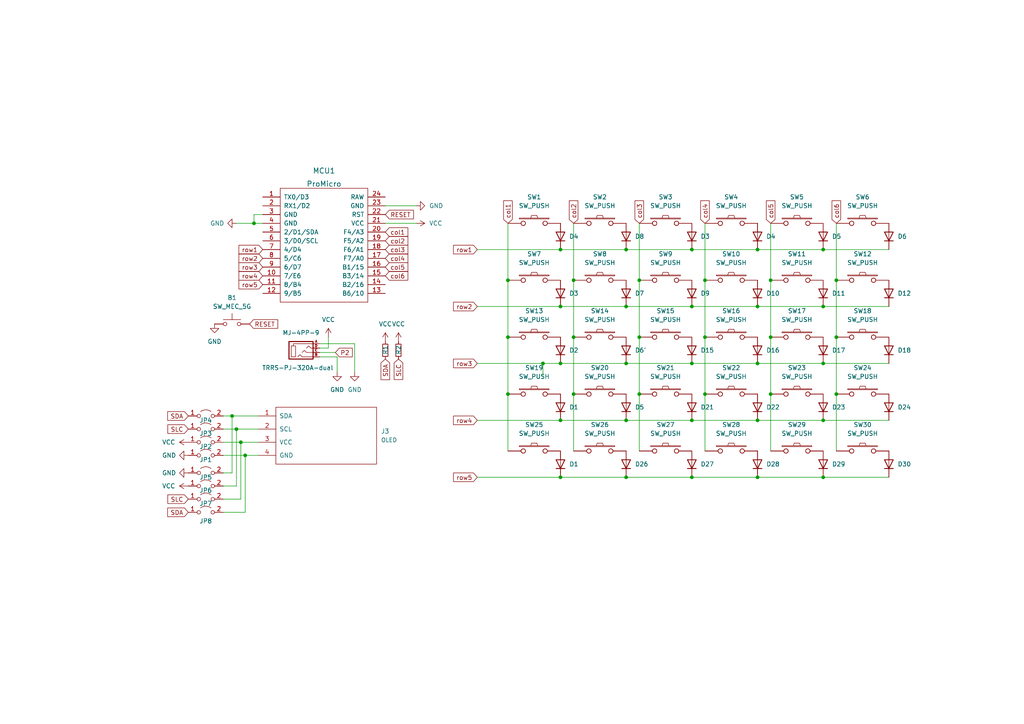
<source format=kicad_sch>
(kicad_sch (version 20211123) (generator eeschema)
  (paper "A4")
  (title_block (title "Insequor58 ≈ Moon60"))
  (lib_symbols
    (symbol "Device:R_Small" (pin_numbers hide) (pin_names (offset 0.254) hide)
      (property "Reference" "R" (at 0.762 0.508 0))
      (property "Value" "R_Small" (at 0.762 -1.016 0))
      (symbol "R_Small_0_1"
        (rectangle (start -0.762 1.778) (end 0.762 -1.778) (stroke (width 0.2032)))
      )
      (symbol "R_Small_1_1"
        (pin passive line (at 0 2.54 270) (length 0.762) (name "~") (number "1"))
        (pin passive line (at 0 -2.54 90) (length 0.762) (name "~") (number "2"))
      )
    )
    (symbol "Jumper:Jumper_2_Open" (pin_names (offset 0) hide)
      (property "Reference" "JP" (at 0 2.794 0))
      (property "Value" "Jumper_2_Open" (at 0 -2.286 0))
      (symbol "Jumper_2_Open_0_0"
        (circle (center -2.032 0) (radius 0.508))
        (circle (center 2.032 0) (radius 0.508))
      )
      (symbol "Jumper_2_Open_0_1"
        (arc (start 1.524 1.27) (mid 0 1.778) (end -1.524 1.27))
      )
      (symbol "Jumper_2_Open_1_1"
        (pin passive line (at -5.08 0 0) (length 2.54) (name "A") (number "1"))
        (pin passive line (at 5.08 0 180) (length 2.54) (name "B") (number "2"))
      )
    )
    (symbol "Simulation_SPICE:DIODE" (pin_numbers hide) (pin_names (offset 1.016) hide)
      (property "Reference" "D" (at 0 2.54 0))
      (property "Value" "DIODE" (at 0 -2.54 0))
      (symbol "DIODE_0_1"
        (polyline (pts (xy 1.27 0) (xy -1.27 0)))
        (polyline (pts (xy 1.27 1.27) (xy 1.27 -1.27)) (stroke (width 0.254)))
        (polyline (pts (xy -1.27 -1.27) (xy -1.27 1.27) (xy 1.27 0) (xy -1.27 -1.27)) (stroke (width 0.254)))
      )
      (symbol "DIODE_1_1"
        (pin passive line (at -3.81 0 0) (length 2.54) (name "A") (number "1"))
        (pin passive line (at 3.81 0 180) (length 2.54) (name "K") (number "2"))
      )
    )
    (symbol "Switch:SW_MEC_5G" (pin_numbers hide) (pin_names (offset 1.016) hide)
      (property "Reference" "SW" (at 1.27 2.54 0))
      (property "Value" "SW_MEC_5G" (at 0 -1.524 0))
      (symbol "SW_MEC_5G_0_1"
        (circle (center -2.032 0) (radius 0.508))
        (polyline (pts (xy 0 1.27) (xy 0 3.048)))
        (polyline (pts (xy 2.54 1.27) (xy -2.54 1.27)))
        (circle (center 2.032 0) (radius 0.508))
        (pin passive line (at -5.08 0 0) (length 2.54) (name "A") (number "1"))
        (pin passive line (at 5.08 0 180) (length 2.54) (name "B") (number "3"))
      )
      (symbol "SW_MEC_5G_1_1"
        (pin passive line (at -5.08 0 0) (length 2.54) hide (name "A") (number "2"))
        (pin passive line (at 5.08 0 180) (length 2.54) hide (name "B") (number "4"))
      )
    )
    (symbol "kbd:MJ-4PP-9" (pin_names (offset 1.016))
      (property "Reference" "J" (at 0 3.81 0))
      (property "Value" "MJ-4PP-9" (at 0 -3.81 0))
      (symbol "MJ-4PP-9_0_1"
        (rectangle (start -1.905 -1.905) (end -3.175 1.27))
        (polyline (pts (xy -2.54 1.27) (xy -2.54 1.905) (xy 3.175 1.905)))
        (polyline (pts (xy -1.27 -1.905) (xy -0.635 -1.27) (xy 0 -1.905) (xy 3.175 -1.905)))
        (polyline (pts (xy 0 -0.635) (xy 0.635 0) (xy 1.27 -0.635) (xy 3.175 -0.635)))
        (polyline (pts (xy 1.27 0.635) (xy 1.905 1.27) (xy 2.54 0.635) (xy 3.175 0.635)))
        (rectangle (start 3.175 2.54) (end -3.81 -2.54) (stroke (width 0.3048)))
      )
      (symbol "MJ-4PP-9_1_1"
        (pin input line (at 5.08 1.905 180) (length 2.0066) (name "~") (number "A"))
        (pin input line (at 5.08 -1.905 180) (length 2.0066) (name "~") (number "B"))
        (pin input line (at 5.08 -0.635 180) (length 2.0066) (name "~") (number "C"))
        (pin input line (at 5.08 0.635 180) (length 2.0066) (name "~") (number "D"))
      )
    )
    (symbol "kbd:OLED" (pin_names (offset 1.016))
      (property "Reference" "OL" (at 0 2.54 0))
      (property "Value" "OLED" (at 0 -1.27 0))
      (symbol "OLED_0_1"
        (rectangle (start -13.97 8.89) (end 15.24 -7.62))
      )
      (symbol "OLED_1_1"
        (pin bidirectional line (at -19.05 6.35 0) (length 5.08) (name "SDA") (number "1"))
        (pin bidirectional line (at -19.05 2.54 0) (length 5.08) (name "SCL") (number "2"))
        (pin power_in line (at -19.05 -1.27 0) (length 5.08) (name "VCC") (number "3"))
        (pin power_in line (at -19.05 -5.08 0) (length 5.08) (name "GND") (number "4"))
      )
    )
    (symbol "kbd:ProMicro" (pin_names (offset 1.016))
      (property "Reference" "U" (at 0 19.05 0))
      (property "Value" "ProMicro" (at 0 -19.05 0))
      (symbol "ProMicro_0_1"
        (rectangle (start -12.7 16.51) (end 12.7 -16.51))
      )
      (symbol "ProMicro_1_1"
        (pin bidirectional line (at -17.78 13.97 0) (length 5.08) (name "TX0/D3") (number "1"))
        (pin bidirectional line (at -17.78 -8.89 0) (length 5.08) (name "7/E6") (number "10"))
        (pin bidirectional line (at -17.78 -11.43 0) (length 5.08) (name "8/B4") (number "11"))
        (pin bidirectional line (at -17.78 -13.97 0) (length 5.08) (name "9/B5") (number "12"))
        (pin bidirectional line (at 17.78 -13.97 180) (length 5.08) (name "B6/10") (number "13"))
        (pin bidirectional line (at 17.78 -11.43 180) (length 5.08) (name "B2/16") (number "14"))
        (pin bidirectional line (at 17.78 -8.89 180) (length 5.08) (name "B3/14") (number "15"))
        (pin bidirectional line (at 17.78 -6.35 180) (length 5.08) (name "B1/15") (number "16"))
        (pin bidirectional line (at 17.78 -3.81 180) (length 5.08) (name "F7/A0") (number "17"))
        (pin bidirectional line (at 17.78 -1.27 180) (length 5.08) (name "F6/A1") (number "18"))
        (pin bidirectional line (at 17.78 1.27 180) (length 5.08) (name "F5/A2") (number "19"))
        (pin bidirectional line (at -17.78 11.43 0) (length 5.08) (name "RX1/D2") (number "2"))
        (pin bidirectional line (at 17.78 3.81 180) (length 5.08) (name "F4/A3") (number "20"))
        (pin power_in line (at 17.78 6.35 180) (length 5.08) (name "VCC") (number "21"))
        (pin input line (at 17.78 8.89 180) (length 5.08) (name "RST") (number "22"))
        (pin power_in line (at 17.78 11.43 180) (length 5.08) (name "GND") (number "23"))
        (pin power_out line (at 17.78 13.97 180) (length 5.08) (name "RAW") (number "24"))
        (pin power_in line (at -17.78 8.89 0) (length 5.08) (name "GND") (number "3"))
        (pin power_in line (at -17.78 6.35 0) (length 5.08) (name "GND") (number "4"))
        (pin bidirectional line (at -17.78 3.81 0) (length 5.08) (name "2/D1/SDA") (number "5"))
        (pin bidirectional line (at -17.78 1.27 0) (length 5.08) (name "3/D0/SCL") (number "6"))
        (pin bidirectional line (at -17.78 -1.27 0) (length 5.08) (name "4/D4") (number "7"))
        (pin bidirectional line (at -17.78 -3.81 0) (length 5.08) (name "5/C6") (number "8"))
        (pin bidirectional line (at -17.78 -6.35 0) (length 5.08) (name "6/D7") (number "9"))
      )
    )
    (symbol "kbd:SW_PUSH" (pin_numbers hide) (pin_names (offset 1.016) hide)
      (property "Reference" "SW" (at 3.81 2.794 0))
      (property "Value" "SW_PUSH" (at 0 -2.032 0))
      (symbol "SW_PUSH_0_1"
        (rectangle (start -4.318 1.27) (end 4.318 1.524))
        (polyline (pts (xy -1.016 1.524) (xy -0.762 2.286) (xy 0.762 2.286) (xy 1.016 1.524)))
        (pin passive inverted (at -7.62 0 0) (length 5.08) (name "1") (number "1"))
        (pin passive inverted (at 7.62 0 180) (length 5.08) (name "2") (number "2"))
      )
    )
    (symbol "power:GND" (power) (pin_names (offset 0))
      (property "Value" "GND" (at 0 -3.81 0))
      (symbol "GND_0_1"
        (polyline (pts (xy 0 0) (xy 0 -1.27) (xy 1.27 -1.27) (xy 0 -2.54) (xy -1.27 -1.27) (xy 0 -1.27)))
      )
      (symbol "GND_1_1"
        (pin power_in line (at 0 0 270) (length 0) hide (name "GND") (number "1"))
      )
    )
    (symbol "power:VCC" (power) (pin_names (offset 0))
      (property "Value" "VCC" (at 0 3.81 0))
      (symbol "VCC_0_1"
        (polyline (pts (xy -0.762 1.27) (xy 0 2.54)))
        (polyline (pts (xy 0 0) (xy 0 2.54)))
        (polyline (pts (xy 0 2.54) (xy 0.762 1.27)))
      )
      (symbol "VCC_1_1"
        (pin power_in line (at 0 0 90) (length 0) hide (name "VCC") (number "1"))
      )
    )
  )
  (junction (at 219.71 121.92))
  (junction (at 238.76 72.39))
  (junction (at 73.66 64.77))
  (junction (at 147.32 97.79))
  (junction (at 238.76 88.9))
  (junction (at 204.47 114.3))
  (junction (at 181.61 121.92))
  (junction (at 181.61 72.39))
  (junction (at 162.56 88.9))
  (junction (at 223.52 81.28))
  (junction (at 162.56 138.43))
  (junction (at 219.71 105.41))
  (junction (at 181.61 105.41))
  (junction (at 238.76 138.43))
  (junction (at 147.32 114.3))
  (junction (at 162.56 121.92))
  (junction (at 181.61 138.43))
  (junction (at 223.52 97.79))
  (junction (at 157.48 105.41))
  (junction (at 200.66 88.9))
  (junction (at 204.47 97.79))
  (junction (at 200.66 72.39))
  (junction (at 69.85 128.27))
  (junction (at 242.57 114.3))
  (junction (at 200.66 121.92))
  (junction (at 242.57 81.28))
  (junction (at 242.57 97.79))
  (junction (at 166.37 97.79))
  (junction (at 166.37 114.3))
  (junction (at 219.71 88.9))
  (junction (at 71.12 132.08))
  (junction (at 162.56 105.41))
  (junction (at 185.42 114.3))
  (junction (at 238.76 121.92))
  (junction (at 223.52 114.3))
  (junction (at 200.66 138.43))
  (junction (at 219.71 138.43))
  (junction (at 166.37 81.28))
  (junction (at 147.32 81.28))
  (junction (at 181.61 88.9))
  (junction (at 68.58 124.46))
  (junction (at 200.66 105.41))
  (junction (at 162.56 72.39))
  (junction (at 185.42 81.28))
  (junction (at 204.47 81.28))
  (junction (at 185.42 97.79))
  (junction (at 238.76 105.41))
  (junction (at 219.71 72.39))
  (junction (at 67.31 120.65))
  (wire (pts (xy 181.61 138.43) (xy 162.56 138.43)))
  (wire (pts (xy 185.42 81.28) (xy 185.42 97.79)))
  (wire (pts (xy 95.25 100.965) (xy 95.25 97.79)))
  (wire (pts (xy 162.56 105.41) (xy 181.61 105.41)))
  (wire (pts (xy 162.56 138.43) (xy 138.43 138.43)))
  (wire (pts (xy 200.66 138.43) (xy 181.61 138.43)))
  (wire (pts (xy 223.52 114.3) (xy 223.52 130.81)))
  (wire (pts (xy 68.58 124.46) (xy 68.58 140.97)))
  (wire (pts (xy 64.77 128.27) (xy 69.85 128.27)))
  (wire (pts (xy 68.58 64.77) (xy 73.66 64.77)))
  (wire (pts (xy 138.43 121.92) (xy 162.56 121.92)))
  (wire (pts (xy 219.71 138.43) (xy 200.66 138.43)))
  (wire (pts (xy 162.56 121.92) (xy 181.61 121.92)))
  (wire (pts (xy 157.48 105.41) (xy 157.48 109.22)))
  (wire (pts (xy 238.76 72.39) (xy 257.81 72.39)))
  (wire (pts (xy 64.77 124.46) (xy 68.58 124.46)))
  (wire (pts (xy 92.71 103.505) (xy 97.79 103.505)))
  (wire (pts (xy 257.81 138.43) (xy 238.76 138.43)))
  (wire (pts (xy 69.85 128.27) (xy 69.85 144.78)))
  (wire (pts (xy 73.66 62.23) (xy 73.66 64.77)))
  (wire (pts (xy 162.56 88.9) (xy 181.61 88.9)))
  (wire (pts (xy 185.42 64.77) (xy 185.42 81.28)))
  (wire (pts (xy 64.77 148.59) (xy 71.12 148.59)))
  (wire (pts (xy 166.37 114.3) (xy 166.37 130.81)))
  (wire (pts (xy 200.66 88.9) (xy 219.71 88.9)))
  (wire (pts (xy 238.76 88.9) (xy 257.81 88.9)))
  (wire (pts (xy 92.71 99.695) (xy 102.87 99.695)))
  (wire (pts (xy 102.87 99.695) (xy 102.87 107.95)))
  (wire (pts (xy 204.47 97.79) (xy 204.47 114.3)))
  (wire (pts (xy 242.57 81.28) (xy 242.57 97.79)))
  (wire (pts (xy 223.52 64.77) (xy 223.52 81.28)))
  (wire (pts (xy 219.71 72.39) (xy 238.76 72.39)))
  (wire (pts (xy 166.37 97.79) (xy 166.37 114.3)))
  (wire (pts (xy 242.57 97.79) (xy 242.57 114.3)))
  (wire (pts (xy 242.57 64.77) (xy 242.57 81.28)))
  (wire (pts (xy 200.66 121.92) (xy 219.71 121.92)))
  (wire (pts (xy 64.77 140.97) (xy 68.58 140.97)))
  (wire (pts (xy 138.43 88.9) (xy 162.56 88.9)))
  (wire (pts (xy 111.76 64.77) (xy 120.65 64.77)))
  (wire (pts (xy 64.77 144.78) (xy 69.85 144.78)))
  (wire (pts (xy 147.32 97.79) (xy 147.32 114.3)))
  (wire (pts (xy 67.31 120.65) (xy 74.93 120.65)))
  (wire (pts (xy 147.32 81.28) (xy 147.32 97.79)))
  (wire (pts (xy 64.77 137.16) (xy 67.31 137.16)))
  (wire (pts (xy 92.71 100.965) (xy 95.25 100.965)))
  (wire (pts (xy 157.48 105.41) (xy 162.56 105.41)))
  (wire (pts (xy 111.76 59.69) (xy 120.65 59.69)))
  (wire (pts (xy 64.77 120.65) (xy 67.31 120.65)))
  (wire (pts (xy 219.71 121.92) (xy 238.76 121.92)))
  (wire (pts (xy 73.66 64.77) (xy 76.2 64.77)))
  (wire (pts (xy 204.47 81.28) (xy 204.47 97.79)))
  (wire (pts (xy 92.71 102.235) (xy 97.28 102.2421)))
  (wire (pts (xy 71.12 132.08) (xy 74.93 132.08)))
  (wire (pts (xy 138.43 105.41) (xy 157.48 105.41)))
  (wire (pts (xy 200.66 105.41) (xy 219.71 105.41)))
  (wire (pts (xy 166.37 64.77) (xy 166.37 81.28)))
  (wire (pts (xy 204.47 114.3) (xy 204.47 130.81)))
  (wire (pts (xy 147.32 114.3) (xy 147.32 130.81)))
  (wire (pts (xy 147.32 64.77) (xy 147.32 81.28)))
  (wire (pts (xy 68.58 124.46) (xy 74.93 124.46)))
  (wire (pts (xy 166.37 81.28) (xy 166.37 97.79)))
  (wire (pts (xy 238.76 138.43) (xy 219.71 138.43)))
  (wire (pts (xy 181.61 121.92) (xy 200.66 121.92)))
  (wire (pts (xy 64.77 132.08) (xy 71.12 132.08)))
  (wire (pts (xy 185.42 114.3) (xy 185.42 130.81)))
  (wire (pts (xy 181.61 105.41) (xy 200.66 105.41)))
  (wire (pts (xy 138.43 72.39) (xy 162.56 72.39)))
  (wire (pts (xy 181.61 72.39) (xy 200.66 72.39)))
  (wire (pts (xy 69.85 128.27) (xy 74.93 128.27)))
  (wire (pts (xy 204.47 64.77) (xy 204.47 81.28)))
  (wire (pts (xy 238.76 121.92) (xy 257.81 121.92)))
  (wire (pts (xy 223.52 97.79) (xy 223.52 114.3)))
  (wire (pts (xy 97.79 103.505) (xy 97.79 107.95)))
  (wire (pts (xy 219.71 105.41) (xy 238.76 105.41)))
  (wire (pts (xy 242.57 114.3) (xy 242.57 130.81)))
  (wire (pts (xy 67.31 120.65) (xy 67.31 137.16)))
  (wire (pts (xy 181.61 88.9) (xy 200.66 88.9)))
  (wire (pts (xy 71.12 132.08) (xy 71.12 148.59)))
  (wire (pts (xy 219.71 88.9) (xy 238.76 88.9)))
  (wire (pts (xy 185.42 97.79) (xy 185.42 114.3)))
  (wire (pts (xy 200.66 72.39) (xy 219.71 72.39)))
  (wire (pts (xy 76.2 62.23) (xy 73.66 62.23)))
  (wire (pts (xy 238.76 105.41) (xy 257.81 105.41)))
  (wire (pts (xy 223.52 81.28) (xy 223.52 97.79)))
  (wire (pts (xy 162.56 72.39) (xy 181.61 72.39)))
  (global_label "row3" (shape input) (at 138.43 105.41 180) (property "Intersheet References" "${INTERSHEET_REFS}" (effects hide)))
  (global_label "P2" (shape input) (at 97.28 102.2421 0) (property "Intersheet References" "${INTERSHEET_REFS}" (effects hide)))
  (global_label "col4" (shape input) (at 111.76 74.93 0) (property "Intersheet References" "${INTERSHEET_REFS}" (effects hide)))
  (global_label "SDA" (shape input) (at 111.76 104.14 270) (property "Intersheet References" "${INTERSHEET_REFS}" (effects hide)))
  (global_label "row4" (shape input) (at 138.43 121.92 180) (property "Intersheet References" "${INTERSHEET_REFS}" (effects hide)))
  (global_label "SLC" (shape input) (at 115.57 104.14 270) (property "Intersheet References" "${INTERSHEET_REFS}" (effects hide)))
  (global_label "col3" (shape input) (at 185.42 64.77 90) (property "Intersheet References" "${INTERSHEET_REFS}" (effects hide)))
  (global_label "col5" (shape input) (at 223.52 64.77 90) (property "Intersheet References" "${INTERSHEET_REFS}" (effects hide)))
  (global_label "row3" (shape input) (at 76.2 77.47 180) (property "Intersheet References" "${INTERSHEET_REFS}" (effects hide)))
  (global_label "col6" (shape input) (at 242.57 64.77 90) (property "Intersheet References" "${INTERSHEET_REFS}" (effects hide)))
  (global_label "row4" (shape input) (at 76.2 80.01 180) (property "Intersheet References" "${INTERSHEET_REFS}" (effects hide)))
  (global_label "RESET" (shape input) (at 72.39 93.98 0) (property "Intersheet References" "${INTERSHEET_REFS}" (effects hide)))
  (global_label "col1" (shape input) (at 147.32 64.77 90) (property "Intersheet References" "${INTERSHEET_REFS}" (effects hide)))
  (global_label "row1" (shape input) (at 76.2 72.39 180) (property "Intersheet References" "${INTERSHEET_REFS}" (effects hide)))
  (global_label "row2" (shape input) (at 138.43 88.9 180) (property "Intersheet References" "${INTERSHEET_REFS}" (effects hide)))
  (global_label "RESET" (shape input) (at 111.76 62.23 0) (property "Intersheet References" "${INTERSHEET_REFS}" (effects hide)))
  (global_label "col6" (shape input) (at 111.76 80.01 0) (property "Intersheet References" "${INTERSHEET_REFS}" (effects hide)))
  (global_label "SLC" (shape input) (at 54.61 124.46 180) (property "Intersheet References" "${INTERSHEET_REFS}" (effects hide)))
  (global_label "col4" (shape input) (at 204.47 64.77 90) (property "Intersheet References" "${INTERSHEET_REFS}" (effects hide)))
  (global_label "row1" (shape input) (at 138.43 72.39 180) (property "Intersheet References" "${INTERSHEET_REFS}" (effects hide)))
  (global_label "col2" (shape input) (at 111.76 69.85 0) (property "Intersheet References" "${INTERSHEET_REFS}" (effects hide)))
  (global_label "col1" (shape input) (at 111.76 67.31 0) (property "Intersheet References" "${INTERSHEET_REFS}" (effects hide)))
  (global_label "row2" (shape input) (at 76.2 74.93 180) (property "Intersheet References" "${INTERSHEET_REFS}" (effects hide)))
  (global_label "SLC" (shape input) (at 54.61 144.78 180) (property "Intersheet References" "${INTERSHEET_REFS}" (effects hide)))
  (global_label "row5" (shape input) (at 76.2 82.55 180) (property "Intersheet References" "${INTERSHEET_REFS}" (effects hide)))
  (global_label "SDA" (shape input) (at 54.61 148.59 180) (property "Intersheet References" "${INTERSHEET_REFS}" (effects hide)))
  (global_label "col3" (shape input) (at 111.76 72.39 0) (property "Intersheet References" "${INTERSHEET_REFS}" (effects hide)))
  (global_label "SDA" (shape input) (at 54.61 120.65 180) (property "Intersheet References" "${INTERSHEET_REFS}" (effects hide)))
  (global_label "col5" (shape input) (at 111.76 77.47 0) (property "Intersheet References" "${INTERSHEET_REFS}" (effects hide)))
  (global_label "col2" (shape input) (at 166.37 64.77 90) (property "Intersheet References" "${INTERSHEET_REFS}" (effects hide)))
  (global_label "row5" (shape input) (at 138.43 138.43 180) (property "Intersheet References" "${INTERSHEET_REFS}" (effects hide)))
  (symbol (lib_id "kbd:SW_PUSH") (at 250.19 64.77 0) (unit 1)
    (property "Reference" "SW6" (at 250.19 57.15 0))
    (property "Value" "SW_PUSH" (at 250.19 59.69 0))
  )
  (symbol (lib_id "kbd:SW_PUSH") (at 212.09 130.81 0) (unit 1)
    (property "Reference" "SW28" (at 212.09 123.19 0))
    (property "Value" "SW_PUSH" (at 212.09 125.73 0))
  )
  (symbol (lib_id "kbd:SW_PUSH") (at 154.94 114.3 0) (unit 1)
    (property "Reference" "SW19" (at 154.94 106.68 0))
    (property "Value" "SW_PUSH" (at 154.94 109.22 0))
  )
  (symbol (lib_id "kbd:SW_PUSH") (at 212.09 114.3 0) (unit 1)
    (property "Reference" "SW22" (at 212.09 106.68 0))
    (property "Value" "SW_PUSH" (at 212.09 109.22 0))
  )
  (symbol (lib_id "Jumper:Jumper_2_Open") (at 59.69 120.65 0) (unit 1)
    (property "Reference" "JP4" (at 59.69 121.92 0))
    (property "Value" "Jumper_2_Open" (effects hide))
  )
  (symbol (lib_id "Jumper:Jumper_2_Open") (at 59.69 137.16 0) (unit 1)
    (property "Reference" "JP5" (at 59.69 138.43 0))
    (property "Value" "Jumper_2_Open" (effects hide))
  )
  (symbol (lib_id "kbd:MJ-4PP-9") (at 87.63 101.6 0) (unit 1)
    (property "Reference" "TRRS-PJ-320A-dual" (at 86.36 106.68 0))
    (property "Value" "MJ-4PP-9" (at 87.3125 96.52 0))
  )
  (symbol (lib_id "kbd:SW_PUSH") (at 154.94 130.81 0) (unit 1)
    (property "Reference" "SW25" (at 154.94 123.19 0))
    (property "Value" "SW_PUSH" (at 154.94 125.73 0))
  )
  (symbol (lib_id "Simulation_SPICE:DIODE") (at 219.71 85.09 270) (unit 1)
    (property "Reference" "D10" (at 222.25 85.0899 90) (effects (justify left)))
    (property "Value" "DIODE" (effects hide))
    (property "Spice_Netlist_Enabled" "Y" (effects hide))
    (property "Spice_Primitive" "D" (effects hide))
  )
  (symbol (lib_id "Device:R_Small") (at 111.76 101.6 0) (unit 1)
    (property "Reference" "R1" (at 111.76 102.87 90) (effects (justify left)))
    (property "Value" "R_Small" (effects hide))
  )
  (symbol (lib_id "power:GND") (at 97.79 107.95 0) (unit 1)
    (property "Reference" "#PWR?" (effects hide))
    (property "Value" "GND" (at 97.79 113.03 0))
  )
  (symbol (lib_id "Simulation_SPICE:DIODE") (at 162.56 134.62 270) (unit 1)
    (property "Reference" "D1" (at 165.1 134.6199 90) (effects (justify left)))
    (property "Value" "DIODE" (effects hide))
    (property "Spice_Netlist_Enabled" "Y" (effects hide))
    (property "Spice_Primitive" "D" (effects hide))
  )
  (symbol (lib_id "power:VCC") (at 111.76 99.06 0) (unit 1)
    (property "Reference" "#PWR?" (effects hide))
    (property "Value" "VCC" (at 111.76 93.98 0))
  )
  (symbol (lib_id "Simulation_SPICE:DIODE") (at 257.81 68.58 270) (unit 1)
    (property "Reference" "D6" (at 260.35 68.5799 90) (effects (justify left)))
    (property "Value" "DIODE" (effects hide))
    (property "Spice_Netlist_Enabled" "Y" (effects hide))
    (property "Spice_Primitive" "D" (effects hide))
  )
  (symbol (lib_id "Simulation_SPICE:DIODE") (at 200.66 101.6 270) (unit 1)
    (property "Reference" "D15" (at 203.2 101.5999 90) (effects (justify left)))
    (property "Value" "DIODE" (effects hide))
    (property "Spice_Netlist_Enabled" "Y" (effects hide))
    (property "Spice_Primitive" "D" (effects hide))
  )
  (symbol (lib_id "power:GND") (at 54.61 137.16 270) (unit 1)
    (property "Reference" "#PWR?" (effects hide))
    (property "Value" "GND" (at 46.99 137.16 90) (effects (justify left)))
  )
  (symbol (lib_id "Simulation_SPICE:DIODE") (at 238.76 101.6 270) (unit 1)
    (property "Reference" "D17" (at 241.3 101.5999 90) (effects (justify left)))
    (property "Value" "DIODE" (effects hide))
    (property "Spice_Netlist_Enabled" "Y" (effects hide))
    (property "Spice_Primitive" "D" (effects hide))
  )
  (symbol (lib_id "power:VCC") (at 54.61 128.27 90) (unit 1)
    (property "Reference" "#PWR?" (effects hide))
    (property "Value" "VCC" (at 46.99 128.27 90) (effects (justify right)))
  )
  (symbol (lib_id "Simulation_SPICE:DIODE") (at 238.76 134.62 270) (unit 1)
    (property "Reference" "D29" (at 241.3 134.6199 90) (effects (justify left)))
    (property "Value" "DIODE" (effects hide))
    (property "Spice_Netlist_Enabled" "Y" (effects hide))
    (property "Spice_Primitive" "D" (effects hide))
  )
  (symbol (lib_id "Jumper:Jumper_2_Open") (at 59.69 140.97 0) (unit 1)
    (property "Reference" "JP6" (at 59.69 142.24 0))
    (property "Value" "Jumper_2_Open" (effects hide))
  )
  (symbol (lib_id "Simulation_SPICE:DIODE") (at 200.66 134.62 270) (unit 1)
    (property "Reference" "D27" (at 203.2 134.6199 90) (effects (justify left)))
    (property "Value" "DIODE" (effects hide))
    (property "Spice_Netlist_Enabled" "Y" (effects hide))
    (property "Spice_Primitive" "D" (effects hide))
  )
  (symbol (lib_id "kbd:SW_PUSH") (at 154.94 64.77 0) (unit 1)
    (property "Reference" "SW1" (at 154.94 57.15 0))
    (property "Value" "SW_PUSH" (at 154.94 59.69 0))
  )
  (symbol (lib_id "kbd:SW_PUSH") (at 193.04 81.28 0) (unit 1)
    (property "Reference" "SW9" (at 193.04 73.66 0))
    (property "Value" "SW_PUSH" (at 193.04 76.2 0))
  )
  (symbol (lib_id "power:GND") (at 54.61 132.08 270) (unit 1)
    (property "Reference" "#PWR?" (effects hide))
    (property "Value" "GND" (at 46.99 132.08 90) (effects (justify left)))
  )
  (symbol (lib_id "kbd:SW_PUSH") (at 231.14 130.81 0) (unit 1)
    (property "Reference" "SW29" (at 231.14 123.19 0))
    (property "Value" "SW_PUSH" (at 231.14 125.73 0))
  )
  (symbol (lib_id "Simulation_SPICE:DIODE") (at 162.56 101.6 270) (unit 1)
    (property "Reference" "D2" (at 165.1 101.5999 90) (effects (justify left)))
    (property "Value" "DIODE" (effects hide))
    (property "Spice_Netlist_Enabled" "Y" (effects hide))
    (property "Spice_Primitive" "D" (effects hide))
  )
  (symbol (lib_id "kbd:SW_PUSH") (at 154.94 97.79 0) (unit 1)
    (property "Reference" "SW13" (at 154.94 90.17 0))
    (property "Value" "SW_PUSH" (at 154.94 92.71 0))
  )
  (symbol (lib_id "kbd:SW_PUSH") (at 250.19 81.28 0) (unit 1)
    (property "Reference" "SW12" (at 250.19 73.66 0))
    (property "Value" "SW_PUSH" (at 250.19 76.2 0))
  )
  (symbol (lib_id "Simulation_SPICE:DIODE") (at 181.61 68.58 270) (unit 1)
    (property "Reference" "D8" (at 184.15 68.5799 90) (effects (justify left)))
    (property "Value" "DIODE" (effects hide))
    (property "Spice_Netlist_Enabled" "Y" (effects hide))
    (property "Spice_Primitive" "D" (effects hide))
  )
  (symbol (lib_id "kbd:ProMicro") (at 93.98 71.12 0) (unit 1)
    (property "Reference" "MCU1" (at 93.98 49.53 0) (effects (font (size 1.524 1.524))))
    (property "Value" "ProMicro" (at 93.98 53.34 0) (effects (font (size 1.524 1.524))))
  )
  (symbol (lib_id "Simulation_SPICE:DIODE") (at 257.81 85.09 270) (unit 1)
    (property "Reference" "D12" (at 260.35 85.0899 90) (effects (justify left)))
    (property "Value" "DIODE" (effects hide))
    (property "Spice_Netlist_Enabled" "Y" (effects hide))
    (property "Spice_Primitive" "D" (effects hide))
  )
  (symbol (lib_id "power:VCC") (at 54.61 140.97 90) (unit 1)
    (property "Reference" "#PWR?" (effects hide))
    (property "Value" "VCC" (at 46.99 140.97 90) (effects (justify right)))
  )
  (symbol (lib_id "Device:R_Small") (at 115.57 101.6 0) (unit 1)
    (property "Reference" "R2" (at 115.57 102.87 90) (effects (justify left)))
    (property "Value" "R_Small" (effects hide))
  )
  (symbol (lib_id "power:GND") (at 102.87 107.95 0) (unit 1)
    (property "Reference" "#PWR?" (effects hide))
    (property "Value" "GND" (at 102.87 113.03 0))
  )
  (symbol (lib_id "Simulation_SPICE:DIODE") (at 219.71 134.62 270) (unit 1)
    (property "Reference" "D28" (at 222.25 134.6199 90) (effects (justify left)))
    (property "Value" "DIODE" (effects hide))
    (property "Spice_Netlist_Enabled" "Y" (effects hide))
    (property "Spice_Primitive" "D" (effects hide))
  )
  (symbol (lib_id "Simulation_SPICE:DIODE") (at 238.76 85.09 270) (unit 1)
    (property "Reference" "D11" (at 241.3 85.0899 90) (effects (justify left)))
    (property "Value" "DIODE" (effects hide))
    (property "Spice_Netlist_Enabled" "Y" (effects hide))
    (property "Spice_Primitive" "D" (effects hide))
  )
  (symbol (lib_id "Jumper:Jumper_2_Open") (at 59.69 132.08 0) (unit 1)
    (property "Reference" "JP1" (at 59.69 133.35 0))
    (property "Value" "Jumper_2_Open" (effects hide))
  )
  (symbol (lib_id "kbd:SW_PUSH") (at 193.04 97.79 0) (unit 1)
    (property "Reference" "SW15" (at 193.04 90.17 0))
    (property "Value" "SW_PUSH" (at 193.04 92.71 0))
  )
  (symbol (lib_id "Simulation_SPICE:DIODE") (at 238.76 118.11 270) (unit 1)
    (property "Reference" "D23" (at 241.3 118.1099 90) (effects (justify left)))
    (property "Value" "DIODE" (effects hide))
    (property "Spice_Netlist_Enabled" "Y" (effects hide))
    (property "Spice_Primitive" "D" (effects hide))
  )
  (symbol (lib_id "Jumper:Jumper_2_Open") (at 59.69 148.59 0) (unit 1)
    (property "Reference" "JP8" (at 59.69 151.13 0))
    (property "Value" "Jumper_2_Open" (effects hide))
  )
  (symbol (lib_id "kbd:SW_PUSH") (at 250.19 114.3 0) (unit 1)
    (property "Reference" "SW24" (at 250.19 106.68 0))
    (property "Value" "SW_PUSH" (at 250.19 109.22 0))
  )
  (symbol (lib_id "Simulation_SPICE:DIODE") (at 200.66 68.58 270) (unit 1)
    (property "Reference" "D3" (at 203.2 68.5799 90) (effects (justify left)))
    (property "Value" "DIODE" (effects hide))
    (property "Spice_Netlist_Enabled" "Y" (effects hide))
    (property "Spice_Primitive" "D" (effects hide))
  )
  (symbol (lib_id "Simulation_SPICE:DIODE") (at 200.66 118.11 270) (unit 1)
    (property "Reference" "D21" (at 203.2 118.1099 90) (effects (justify left)))
    (property "Value" "DIODE" (effects hide))
    (property "Spice_Netlist_Enabled" "Y" (effects hide))
    (property "Spice_Primitive" "D" (effects hide))
  )
  (symbol (lib_id "power:VCC") (at 115.57 99.06 0) (unit 1)
    (property "Reference" "#PWR?" (effects hide))
    (property "Value" "VCC" (at 115.57 93.98 0))
  )
  (symbol (lib_id "kbd:SW_PUSH") (at 231.14 114.3 0) (unit 1)
    (property "Reference" "SW23" (at 231.14 106.68 0))
    (property "Value" "SW_PUSH" (at 231.14 109.22 0))
  )
  (symbol (lib_id "Simulation_SPICE:DIODE") (at 238.76 68.58 270) (unit 1)
    (property "Reference" "D5" (at 241.3 68.5799 90) (effects (justify left)))
    (property "Value" "DIODE" (effects hide))
    (property "Spice_Netlist_Enabled" "Y" (effects hide))
    (property "Spice_Primitive" "D" (effects hide))
  )
  (symbol (lib_id "Simulation_SPICE:DIODE") (at 200.66 85.09 270) (unit 1)
    (property "Reference" "D9" (at 203.2 85.0899 90) (effects (justify left)))
    (property "Value" "DIODE" (effects hide))
    (property "Spice_Netlist_Enabled" "Y" (effects hide))
    (property "Spice_Primitive" "D" (effects hide))
  )
  (symbol (lib_id "Simulation_SPICE:DIODE") (at 219.71 118.11 270) (unit 1)
    (property "Reference" "D22" (at 222.25 118.1099 90) (effects (justify left)))
    (property "Value" "DIODE" (effects hide))
    (property "Spice_Netlist_Enabled" "Y" (effects hide))
    (property "Spice_Primitive" "D" (effects hide))
  )
  (symbol (lib_id "power:VCC") (at 120.65 64.77 270) (mirror x) (unit 1)
    (property "Reference" "#PWR?" (effects hide))
    (property "Value" "VCC" (at 124.46 64.7699 90) (effects (justify left)))
  )
  (symbol (lib_id "Jumper:Jumper_2_Open") (at 59.69 144.78 0) (unit 1)
    (property "Reference" "JP7" (at 59.69 146.05 0))
    (property "Value" "Jumper_2_Open" (effects hide))
  )
  (symbol (lib_id "power:GND") (at 68.58 64.77 270) (unit 1)
    (property "Reference" "#PWR?" (effects hide))
    (property "Value" "GND" (at 60.96 64.77 90) (effects (justify left)))
  )
  (symbol (lib_id "Simulation_SPICE:DIODE") (at 257.81 101.6 270) (unit 1)
    (property "Reference" "D18" (at 260.35 101.5999 90) (effects (justify left)))
    (property "Value" "DIODE" (effects hide))
    (property "Spice_Netlist_Enabled" "Y" (effects hide))
    (property "Spice_Primitive" "D" (effects hide))
  )
  (symbol (lib_id "power:VCC") (at 95.25 97.79 0) (unit 1)
    (property "Reference" "#PWR?" (effects hide))
    (property "Value" "VCC" (at 95.25 92.71 0))
  )
  (symbol (lib_id "kbd:SW_PUSH") (at 193.04 130.81 0) (unit 1)
    (property "Reference" "SW27" (at 193.04 123.19 0))
    (property "Value" "SW_PUSH" (at 193.04 125.73 0))
  )
  (symbol (lib_id "Simulation_SPICE:DIODE") (at 257.81 134.62 270) (unit 1)
    (property "Reference" "D30" (at 260.35 134.6199 90) (effects (justify left)))
    (property "Value" "DIODE" (effects hide))
    (property "Spice_Netlist_Enabled" "Y" (effects hide))
    (property "Spice_Primitive" "D" (effects hide))
  )
  (symbol (lib_id "kbd:SW_PUSH") (at 212.09 81.28 0) (unit 1)
    (property "Reference" "SW10" (at 212.09 73.66 0))
    (property "Value" "SW_PUSH" (at 212.09 76.2 0))
  )
  (symbol (lib_id "kbd:OLED") (at 93.98 127 0) (unit 1)
    (property "Reference" "J3" (at 110.49 125.095 0) (effects (font (size 1.2954 1.2954)) (justify left)))
    (property "Value" "OLED" (at 110.49 127.635 0) (effects (font (size 1.1938 1.1938)) (justify left)))
  )
  (symbol (lib_id "Simulation_SPICE:DIODE") (at 162.56 85.09 270) (unit 1)
    (property "Reference" "D3" (at 165.1 85.0899 90) (effects (justify left)))
    (property "Value" "DIODE" (effects hide))
    (property "Spice_Netlist_Enabled" "Y" (effects hide))
    (property "Spice_Primitive" "D" (effects hide))
  )
  (symbol (lib_id "kbd:SW_PUSH") (at 154.94 81.28 0) (unit 1)
    (property "Reference" "SW7" (at 154.94 73.66 0))
    (property "Value" "SW_PUSH" (at 154.94 76.2 0))
  )
  (symbol (lib_id "Simulation_SPICE:DIODE") (at 162.56 68.58 270) (unit 1)
    (property "Reference" "D4" (at 165.1 68.5799 90) (effects (justify left)))
    (property "Value" "DIODE" (effects hide))
    (property "Spice_Netlist_Enabled" "Y" (effects hide))
    (property "Spice_Primitive" "D" (effects hide))
  )
  (symbol (lib_id "Simulation_SPICE:DIODE") (at 257.81 118.11 270) (unit 1)
    (property "Reference" "D24" (at 260.35 118.1099 90) (effects (justify left)))
    (property "Value" "DIODE" (effects hide))
    (property "Spice_Netlist_Enabled" "Y" (effects hide))
    (property "Spice_Primitive" "D" (effects hide))
  )
  (symbol (lib_id "kbd:SW_PUSH") (at 173.99 130.81 0) (unit 1)
    (property "Reference" "SW26" (at 173.99 123.19 0))
    (property "Value" "SW_PUSH" (at 173.99 125.73 0))
  )
  (symbol (lib_id "kbd:SW_PUSH") (at 250.19 97.79 0) (unit 1)
    (property "Reference" "SW18" (at 250.19 90.17 0))
    (property "Value" "SW_PUSH" (at 250.19 92.71 0))
  )
  (symbol (lib_id "kbd:SW_PUSH") (at 173.99 64.77 0) (unit 1)
    (property "Reference" "SW2" (at 173.99 57.15 0))
    (property "Value" "SW_PUSH" (at 173.99 59.69 0))
  )
  (symbol (lib_id "power:GND") (at 120.65 59.69 90) (mirror x) (unit 1)
    (property "Reference" "#PWR?" (effects hide))
    (property "Value" "GND" (at 124.46 59.6899 90) (effects (justify right)))
  )
  (symbol (lib_id "Jumper:Jumper_2_Open") (at 59.69 128.27 0) (unit 1)
    (property "Reference" "JP2" (at 59.69 129.54 0))
    (property "Value" "Jumper_2_Open" (effects hide))
  )
  (symbol (lib_id "power:GND") (at 62.23 93.98 0) (unit 1)
    (property "Reference" "#PWR?" (effects hide))
    (property "Value" "GND" (at 62.23 99.06 0))
  )
  (symbol (lib_id "kbd:SW_PUSH") (at 212.09 97.79 0) (unit 1)
    (property "Reference" "SW16" (at 212.09 90.17 0))
    (property "Value" "SW_PUSH" (at 212.09 92.71 0))
  )
  (symbol (lib_id "Simulation_SPICE:DIODE") (at 219.71 101.6 270) (unit 1)
    (property "Reference" "D16" (at 222.25 101.5999 90) (effects (justify left)))
    (property "Value" "DIODE" (effects hide))
    (property "Spice_Netlist_Enabled" "Y" (effects hide))
    (property "Spice_Primitive" "D" (effects hide))
  )
  (symbol (lib_id "kbd:SW_PUSH") (at 231.14 64.77 0) (unit 1)
    (property "Reference" "SW5" (at 231.14 57.15 0))
    (property "Value" "SW_PUSH" (at 231.14 59.69 0))
  )
  (symbol (lib_id "kbd:SW_PUSH") (at 212.09 64.77 0) (unit 1)
    (property "Reference" "SW4" (at 212.09 57.15 0))
    (property "Value" "SW_PUSH" (at 212.09 59.69 0))
  )
  (symbol (lib_id "kbd:SW_PUSH") (at 250.19 130.81 0) (unit 1)
    (property "Reference" "SW30" (at 250.19 123.19 0))
    (property "Value" "SW_PUSH" (at 250.19 125.73 0))
  )
  (symbol (lib_id "kbd:SW_PUSH") (at 231.14 81.28 0) (unit 1)
    (property "Reference" "SW11" (at 231.14 73.66 0))
    (property "Value" "SW_PUSH" (at 231.14 76.2 0))
  )
  (symbol (lib_id "Switch:SW_MEC_5G") (at 67.31 93.98 0) (unit 1)
    (property "Reference" "B1" (at 67.31 86.36 0))
    (property "Value" "SW_MEC_5G" (at 67.31 88.9 0))
    (property "Datasheet" "http://www.apem.com/int/index.php?controller=attachment&id_attachment=488" (effects hide))
  )
  (symbol (lib_id "kbd:SW_PUSH") (at 193.04 114.3 0) (unit 1)
    (property "Reference" "SW21" (at 193.04 106.68 0))
    (property "Value" "SW_PUSH" (at 193.04 109.22 0))
  )
  (symbol (lib_id "kbd:SW_PUSH") (at 173.99 81.28 0) (unit 1)
    (property "Reference" "SW8" (at 173.99 73.66 0))
    (property "Value" "SW_PUSH" (at 173.99 76.2 0))
  )
  (symbol (lib_id "Simulation_SPICE:DIODE") (at 181.61 134.62 270) (unit 1)
    (property "Reference" "D26" (at 184.15 134.6199 90) (effects (justify left)))
    (property "Value" "DIODE" (effects hide))
    (property "Spice_Netlist_Enabled" "Y" (effects hide))
    (property "Spice_Primitive" "D" (effects hide))
  )
  (symbol (lib_id "Simulation_SPICE:DIODE") (at 181.61 85.09 270) (unit 1)
    (property "Reference" "D7" (at 184.15 85.0899 90) (effects (justify left)))
    (property "Value" "DIODE" (effects hide))
    (property "Spice_Netlist_Enabled" "Y" (effects hide))
    (property "Spice_Primitive" "D" (effects hide))
  )
  (symbol (lib_id "Simulation_SPICE:DIODE") (at 162.56 118.11 270) (unit 1)
    (property "Reference" "D1" (at 165.1 118.1099 90) (effects (justify left)))
    (property "Value" "DIODE" (effects hide))
    (property "Spice_Netlist_Enabled" "Y" (effects hide))
    (property "Spice_Primitive" "D" (effects hide))
  )
  (symbol (lib_id "Simulation_SPICE:DIODE") (at 181.61 101.6 270) (unit 1)
    (property "Reference" "D6'" (at 184.15 101.5999 90) (effects (justify left)))
    (property "Value" "DIODE" (effects hide))
    (property "Spice_Netlist_Enabled" "Y" (effects hide))
    (property "Spice_Primitive" "D" (effects hide))
  )
  (symbol (lib_id "kbd:SW_PUSH") (at 231.14 97.79 0) (unit 1)
    (property "Reference" "SW17" (at 231.14 90.17 0))
    (property "Value" "SW_PUSH" (at 231.14 92.71 0))
  )
  (symbol (lib_id "kbd:SW_PUSH") (at 173.99 114.3 0) (unit 1)
    (property "Reference" "SW20" (at 173.99 106.68 0))
    (property "Value" "SW_PUSH" (at 173.99 109.22 0))
  )
  (symbol (lib_id "kbd:SW_PUSH") (at 193.04 64.77 0) (unit 1)
    (property "Reference" "SW3" (at 193.04 57.15 0))
    (property "Value" "SW_PUSH" (at 193.04 59.69 0))
  )
  (symbol (lib_id "Jumper:Jumper_2_Open") (at 59.69 124.46 0) (unit 1)
    (property "Reference" "JP3" (at 59.69 125.73 0))
    (property "Value" "Jumper_2_Open" (effects hide))
  )
  (symbol (lib_id "kbd:SW_PUSH") (at 173.99 97.79 0) (unit 1)
    (property "Reference" "SW14" (at 173.99 90.17 0))
    (property "Value" "SW_PUSH" (at 173.99 92.71 0))
  )
  (symbol (lib_id "Simulation_SPICE:DIODE") (at 219.71 68.58 270) (unit 1)
    (property "Reference" "D4" (at 222.25 68.5799 90) (effects (justify left)))
    (property "Value" "DIODE" (effects hide))
    (property "Spice_Netlist_Enabled" "Y" (effects hide))
    (property "Spice_Primitive" "D" (effects hide))
  )
  (symbol (lib_id "Simulation_SPICE:DIODE") (at 181.61 118.11 270) (unit 1)
    (property "Reference" "D5" (at 184.15 118.1099 90) (effects (justify left)))
    (property "Value" "DIODE" (effects hide))
    (property "Spice_Netlist_Enabled" "Y" (effects hide))
    (property "Spice_Primitive" "D" (effects hide))
  )
)
</source>
